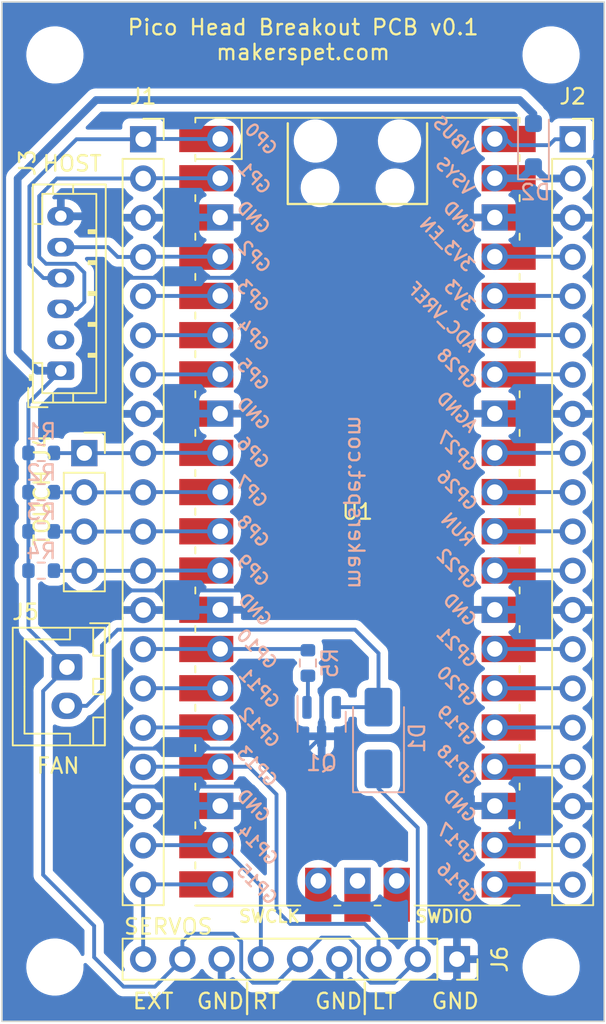
<source format=kicad_pcb>
(kicad_pcb (version 20221018) (generator pcbnew)
  (layers (0 "F.Cu" signal) (31 "B.Cu" signal) (34 "B.Paste" user) (35 "F.Paste" user) (36 "B.SilkS" user "B.Silkscreen") (37 "F.SilkS" user "F.Silkscreen") (38 "B.Mask" user) (39 "F.Mask" user) (44 "Edge.Cuts" user))
  (net 0 "")
  (net 1 "+5V")
  (net 2 "Net-(D1-A)")
  (net 3 "/I2C_SDA_HOST")
  (net 4 "/I2C_SCL_HOST")
  (net 5 "/INT_HOST")
  (net 6 "/SERVO_LEFT")
  (net 7 "/SERVO_RIGHT")
  (net 8 "/SERVO_EXT")
  (net 9 "/TOUCH_TOP")
  (net 10 "/TOUCH_LEFT")
  (net 11 "/TOUCH_RIGHT")
  (net 12 "/TOUCH_REAR")
  (net 13 "/FAN_EN")
  (net 14 "Net-(J1-Pin_15)")
  (net 15 "Net-(J1-Pin_16)")
  (net 16 "Net-(J1-Pin_5)")
  (net 17 "Net-(J1-Pin_6)")
  (net 18 "Net-(J1-Pin_7)")
  (net 19 "Net-(J2-Pin_1)")
  (net 20 "Net-(D2-K)")
  (net 21 "Net-(J2-Pin_4)")
  (net 22 "+3.3V")
  (net 23 "Net-(J2-Pin_6)")
  (net 24 "Net-(J2-Pin_7)")
  (net 25 "Net-(J2-Pin_9)")
  (net 26 "Net-(J2-Pin_10)")
  (net 27 "Net-(J2-Pin_11)")
  (net 28 "Net-(J2-Pin_12)")
  (net 29 "Net-(J2-Pin_14)")
  (net 30 "Net-(J2-Pin_15)")
  (net 31 "Net-(J2-Pin_16)")
  (net 32 "Net-(J2-Pin_17)")
  (net 33 "Net-(J2-Pin_19)")
  (net 34 "Net-(J2-Pin_20)")
  (net 36 "Net-(Q1-G)")
  (net 40 "GND")
  (footprint "MountingHole:MountingHole_3.2mm_M3" (layer "F.Cu") (at 141.732 127.127)
    (fp_text reference "H3" hide)
    (fp_text value "MountingHole" hide)
    (pad "" np_thru_hole circle (at 0 0) (size 3.2 3.2) (drill 3.2) (layers "*.Cu" "*.Mask"))
  )
  (footprint "Connector_PinSocket_2.54mm:PinSocket_1x20_P2.54mm_Vertical" (layer "F.Cu") (at 175.26 73.533)
    (fp_text reference "J2" (at 0 -2.77) (layer "F.SilkS"))
    (fp_text value "HDR F 2.54MM 20-pin VERT" hide)
    (pad "1" thru_hole rect (at 0 0) (size 1.7 1.7) (drill 1) (layers "*.Cu" "*.Mask") (net 19 "Net-(J2-Pin_1)"))
    (pad "2" thru_hole oval (at 0 2.54) (size 1.7 1.7) (drill 1) (layers "*.Cu" "*.Mask") (net 20 "Net-(D2-K)"))
    (pad "3" thru_hole oval (at 0 5.08) (size 1.7 1.7) (drill 1) (layers "*.Cu" "*.Mask") (net 40 "GND"))
    (pad "4" thru_hole oval (at 0 7.62) (size 1.7 1.7) (drill 1) (layers "*.Cu" "*.Mask") (net 21 "Net-(J2-Pin_4)"))
    (pad "5" thru_hole oval (at 0 10.16) (size 1.7 1.7) (drill 1) (layers "*.Cu" "*.Mask") (net 22 "+3.3V"))
    (pad "6" thru_hole oval (at 0 12.7) (size 1.7 1.7) (drill 1) (layers "*.Cu" "*.Mask") (net 23 "Net-(J2-Pin_6)"))
    (pad "7" thru_hole oval (at 0 15.24) (size 1.7 1.7) (drill 1) (layers "*.Cu" "*.Mask") (net 24 "Net-(J2-Pin_7)"))
    (pad "8" thru_hole oval (at 0 17.78) (size 1.7 1.7) (drill 1) (layers "*.Cu" "*.Mask") (net 40 "GND"))
    (pad "9" thru_hole oval (at 0 20.32) (size 1.7 1.7) (drill 1) (layers "*.Cu" "*.Mask") (net 25 "Net-(J2-Pin_9)"))
    (pad "10" thru_hole oval (at 0 22.86) (size 1.7 1.7) (drill 1) (layers "*.Cu" "*.Mask") (net 26 "Net-(J2-Pin_10)"))
    (pad "11" thru_hole oval (at 0 25.4) (size 1.7 1.7) (drill 1) (layers "*.Cu" "*.Mask") (net 27 "Net-(J2-Pin_11)"))
    (pad "12" thru_hole oval (at 0 27.94) (size 1.7 1.7) (drill 1) (layers "*.Cu" "*.Mask") (net 28 "Net-(J2-Pin_12)"))
    (pad "13" thru_hole oval (at 0 30.48) (size 1.7 1.7) (drill 1) (layers "*.Cu" "*.Mask") (net 40 "GND"))
    (pad "14" thru_hole oval (at 0 33.02) (size 1.7 1.7) (drill 1) (layers "*.Cu" "*.Mask") (net 29 "Net-(J2-Pin_14)"))
    (pad "15" thru_hole oval (at 0 35.56) (size 1.7 1.7) (drill 1) (layers "*.Cu" "*.Mask") (net 30 "Net-(J2-Pin_15)"))
    (pad "16" thru_hole oval (at 0 38.1) (size 1.7 1.7) (drill 1) (layers "*.Cu" "*.Mask") (net 31 "Net-(J2-Pin_16)"))
    (pad "17" thru_hole oval (at 0 40.64) (size 1.7 1.7) (drill 1) (layers "*.Cu" "*.Mask") (net 32 "Net-(J2-Pin_17)"))
    (pad "18" thru_hole oval (at 0 43.18) (size 1.7 1.7) (drill 1) (layers "*.Cu" "*.Mask") (net 40 "GND"))
    (pad "19" thru_hole oval (at 0 45.72) (size 1.7 1.7) (drill 1) (layers "*.Cu" "*.Mask") (net 33 "Net-(J2-Pin_19)"))
    (pad "20" thru_hole oval (at 0 48.26) (size 1.7 1.7) (drill 1) (layers "*.Cu" "*.Mask") (net 34 "Net-(J2-Pin_20)"))
  )
  (footprint "MountingHole:MountingHole_3.2mm_M3" (layer "F.Cu") (at 173.863 68.072)
    (fp_text reference "H2" hide)
    (fp_text value "MountingHole" hide)
    (pad "" np_thru_hole circle (at 0 0) (size 3.2 3.2) (drill 3.2) (layers "*.Cu" "*.Mask"))
  )
  (footprint "MountingHole:MountingHole_3.2mm_M3" (layer "F.Cu") (at 141.732 68.072)
    (fp_text reference "H1" hide)
    (fp_text value "MountingHole" hide)
    (pad "" np_thru_hole circle (at 0 0) (size 3.2 3.2) (drill 3.2) (layers "*.Cu" "*.Mask"))
  )
  (footprint "Connector_PinSocket_2.54mm:PinSocket_1x09_P2.54mm_Vertical" (layer "F.Cu") (at 167.767 126.619 -90)
    (fp_text reference "J6" (at 0 -2.77 -90) (layer "F.SilkS"))
    (fp_text value "HDR M 2.54MM 9p VERT" hide)
    (pad "1" thru_hole rect (at 0 0 270) (size 1.7 1.7) (drill 1) (layers "*.Cu" "*.Mask") (net 40 "GND"))
    (pad "2" thru_hole oval (at 0 2.54 270) (size 1.7 1.7) (drill 1) (layers "*.Cu" "*.Mask") (net 1 "+5V"))
    (pad "3" thru_hole oval (at 0 5.08 270) (size 1.7 1.7) (drill 1) (layers "*.Cu" "*.Mask") (net 6 "/SERVO_LEFT"))
    (pad "4" thru_hole oval (at 0 7.62 270) (size 1.7 1.7) (drill 1) (layers "*.Cu" "*.Mask") (net 40 "GND"))
    (pad "5" thru_hole oval (at 0 10.16 270) (size 1.7 1.7) (drill 1) (layers "*.Cu" "*.Mask") (net 1 "+5V"))
    (pad "6" thru_hole oval (at 0 12.7 270) (size 1.7 1.7) (drill 1) (layers "*.Cu" "*.Mask") (net 7 "/SERVO_RIGHT"))
    (pad "7" thru_hole oval (at 0 15.24 270) (size 1.7 1.7) (drill 1) (layers "*.Cu" "*.Mask") (net 40 "GND"))
    (pad "8" thru_hole oval (at 0 17.78 270) (size 1.7 1.7) (drill 1) (layers "*.Cu" "*.Mask") (net 1 "+5V"))
    (pad "9" thru_hole oval (at 0 20.32 270) (size 1.7 1.7) (drill 1) (layers "*.Cu" "*.Mask") (net 8 "/SERVO_EXT"))
  )
  (footprint "Makerspet:RPi_Pico_SMD_TH" (layer "F.Cu") (at 161.325 97.646)
    (fp_text reference "U1" (at 0 0) (layer "F.SilkS"))
    (fp_text value "Pico")
    (fp_text user "GP8" (at -6.766 1.27 -45) (layer "B.SilkS") (effects (font (size 0.8 0.8)) (justify mirror)))
    (fp_text user "GP21" (at 6.442 8.79 -45) (layer "B.SilkS") (effects (font (size 0.8 0.8)) (justify mirror)))
    (fp_text user "GP17" (at 6.442 21.48 -45) (layer "B.SilkS") (effects (font (size 0.8 0.8)) (justify mirror)))
    (fp_text user "RUN" (at 6.496 1.16 -45) (layer "B.SilkS") (effects (font (size 0.8 0.8)) (justify mirror)))
    (fp_text user "GP9" (at -6.766 3.81 -45) (layer "B.SilkS") (effects (font (size 0.8 0.8)) (justify mirror)))
    (fp_text user "GND" (at -6.7406 19.0416 -45) (layer "B.SilkS") (effects (font (size 0.8 0.8)) (justify mirror)))
    (fp_text user "VBUS" (at 6.196 -24.31 -45) (layer "B.SilkS") (effects (font (size 0.8 0.8)) (justify mirror)))
    (fp_text user "GP6" (at -6.766 -3.81 -45) (layer "B.SilkS") (effects (font (size 0.8 0.8)) (justify mirror)))
    (fp_text user "3V3_EN" (at 5.796 -17.31 -45) (layer "B.SilkS") (effects (font (size 0.8 0.8)) (justify mirror)))
    (fp_text user "GND" (at 6.6198 -19.05 315) (layer "B.SilkS") (effects (font (size 0.8 0.8)) (justify mirror)))
    (fp_text user "GP4" (at -6.766 -11.43 -45) (layer "B.SilkS") (effects (font (size 0.8 0.8)) (justify mirror)))
    (fp_text user "GP11" (at -6.366 11.43 -45) (layer "B.SilkS") (effects (font (size 0.8 0.8)) (justify mirror)))
    (fp_text user "GP5" (at -6.766 -8.89 -45) (layer "B.SilkS") (effects (font (size 0.8 0.8)) (justify mirror)))
    (fp_text user "GND" (at -6.7406 -6.35 315) (layer "B.SilkS") (effects (font (size 0.8 0.8)) (justify mirror)))
    (fp_text user "GP26" (at 6.442 -1.38 -45) (layer "B.SilkS") (effects (font (size 0.8 0.8)) (justify mirror)))
    (fp_text user "GP13" (at -6.512 16.51 -45) (layer "B.SilkS") (effects (font (size 0.8 0.8)) (justify mirror)))
    (fp_text user "GP18" (at 6.442 16.4 -45) (layer "B.SilkS") (effects (font (size 0.8 0.8)) (justify mirror)))
    (fp_text user "GP1" (at -6.666 -21.6 -45) (layer "B.SilkS") (effects (font (size 0.8 0.8)) (justify mirror)))
    (fp_text user "GND" (at 6.6198 6.35 315) (layer "B.SilkS") (effects (font (size 0.8 0.8)) (justify mirror)))
    (fp_text user "GP0" (at -6.258 -24.13 -45) (layer "B.SilkS") (effects (font (size 0.8 0.8)) (justify mirror)))
    (fp_text user "VSYS" (at 6.296 -21.7 -45) (layer "B.SilkS") (effects (font (size 0.8 0.8)) (justify mirror)))
    (fp_text user "GP16" (at 6.442 24.02 -45) (layer "B.SilkS") (effects (font (size 0.8 0.8)) (justify mirror)))
    (fp_text user "GP3" (at -6.766 -13.97 -45) (layer "B.SilkS") (effects (font (size 0.8 0.8)) (justify mirror)))
    (fp_text user "GP15" (at -6.512 24.13 -45) (layer "B.SilkS") (effects (font (size 0.8 0.8)) (justify mirror)))
    (fp_text user "AGND" (at 6.442 -6.46 -45) (layer "B.SilkS") (effects (font (size 0.8 0.8)) (justify mirror)))
    (fp_text user "GP7" (at -6.866 -1.3 -45) (layer "B.SilkS") (effects (font (size 0.8 0.8)) (justify mirror)))
    (fp_text user "GND" (at -6.7406 -19.05 315) (layer "B.SilkS") (effects (font (size 0.8 0.8)) (justify mirror)))
    (fp_text user "GP12" (at -6.366 13.97 -45) (layer "B.SilkS") (effects (font (size 0.8 0.8)) (justify mirror)))
    (fp_text user "GP10" (at -6.512 8.89 -45) (layer "B.SilkS") (effects (font (size 0.8 0.8)) (justify mirror)))
    (fp_text user "ADC_VREF" (at 5.496 -12.61 -45) (layer "B.SilkS") (effects (font (size 0.8 0.8)) (justify mirror)))
    (fp_text user "GP20" (at 6.442 11.32 -45) (layer "B.SilkS") (effects (font (size 0.8 0.8)) (justify mirror)))
    (fp_text user "GP28" (at 6.442 -9.254 -45) (layer "B.SilkS") (effects (font (size 0.8 0.8)) (justify mirror)))
    (fp_text user "GND" (at 6.6198 19.0416 315) (layer "B.SilkS") (effects (font (size 0.8 0.8)) (justify mirror)))
    (fp_text user "GP27" (at 6.442 -3.91 -45) (layer "B.SilkS") (effects (font (size 0.8 0.8)) (justify mirror)))
    (fp_text user "GP22" (at 6.442 3.7 -45) (layer "B.SilkS") (effects (font (size 0.8 0.8)) (justify mirror)))
    (fp_text user "GP14" (at -6.466 21.59 -45) (layer "B.SilkS") (effects (font (size 0.8 0.8)) (justify mirror)))
    (fp_text user "GP2" (at -6.666 -16.51 -45) (layer "B.SilkS") (effects (font (size 0.8 0.8)) (justify mirror)))
    (fp_text user "3V3" (at 6.596 -14.01 -45) (layer "B.SilkS") (effects (font (size 0.8 0.8)) (justify mirror)))
    (fp_text user "GND" (at -6.639 6.35 -45) (layer "B.SilkS") (effects (font (size 0.8 0.8)) (justify mirror)))
    (fp_text user "GP19" (at 6.442 13.86 -45) (layer "B.SilkS") (effects (font (size 0.8 0.8)) (justify mirror)))
    (fp_text user "SWCLK" (at -5.7 26.2) (layer "F.SilkS") (effects (font (size 0.8 0.8))))
    (fp_text user "SWDIO" (at 5.6 26.2) (layer "F.SilkS") (effects (font (size 0.8 0.8))))
    (pad "" np_thru_hole oval (at -2.725 -24) (size 1.8 1.8) (drill 1.8) (layers "*.Cu" "*.Mask"))
    (pad "" np_thru_hole oval (at -2.425 -20.97) (size 1.5 1.5) (drill 1.5) (layers "*.Cu" "*.Mask"))
    (pad "" np_thru_hole oval (at 2.425 -20.97) (size 1.5 1.5) (drill 1.5) (layers "*.Cu" "*.Mask"))
    (pad "" np_thru_hole oval (at 2.725 -24) (size 1.8 1.8) (drill 1.8) (layers "*.Cu" "*.Mask"))
    (pad "1" thru_hole oval (at -8.89 -24.13) (size 1.7 1.7) (drill 1) (layers "*.Cu" "*.Mask") (net 3 "/I2C_SDA_HOST"))
    (pad "1" smd rect (at -8.89 -24.13) (size 3.5 1.7) (drill (offset -0.9 0)) (layers "F.Cu" "F.Mask") (net 3 "/I2C_SDA_HOST"))
    (pad "2" thru_hole oval (at -8.89 -21.59) (size 1.7 1.7) (drill 1) (layers "*.Cu" "*.Mask") (net 4 "/I2C_SCL_HOST"))
    (pad "2" smd rect (at -8.89 -21.59) (size 3.5 1.7) (drill (offset -0.9 0)) (layers "F.Cu" "F.Mask") (net 4 "/I2C_SCL_HOST"))
    (pad "3" thru_hole rect (at -8.89 -19.05) (size 1.7 1.7) (drill 1) (layers "*.Cu" "*.Mask") (net 40 "GND"))
    (pad "3" smd rect (at -8.89 -19.05) (size 3.5 1.7) (drill (offset -0.9 0)) (layers "F.Cu" "F.Mask") (net 40 "GND"))
    (pad "4" thru_hole oval (at -8.89 -16.51) (size 1.7 1.7) (drill 1) (layers "*.Cu" "*.Mask") (net 5 "/INT_HOST"))
    (pad "4" smd rect (at -8.89 -16.51) (size 3.5 1.7) (drill (offset -0.9 0)) (layers "F.Cu" "F.Mask") (net 5 "/INT_HOST"))
    (pad "5" thru_hole oval (at -8.89 -13.97) (size 1.7 1.7) (drill 1) (layers "*.Cu" "*.Mask") (net 16 "Net-(J1-Pin_5)"))
    (pad "5" smd rect (at -8.89 -13.97) (size 3.5 1.7) (drill (offset -0.9 0)) (layers "F.Cu" "F.Mask") (net 16 "Net-(J1-Pin_5)"))
    (pad "6" thru_hole oval (at -8.89 -11.43) (size 1.7 1.7) (drill 1) (layers "*.Cu" "*.Mask") (net 17 "Net-(J1-Pin_6)"))
    (pad "6" smd rect (at -8.89 -11.43) (size 3.5 1.7) (drill (offset -0.9 0)) (layers "F.Cu" "F.Mask") (net 17 "Net-(J1-Pin_6)"))
    (pad "7" thru_hole oval (at -8.89 -8.89) (size 1.7 1.7) (drill 1) (layers "*.Cu" "*.Mask") (net 18 "Net-(J1-Pin_7)"))
    (pad "7" smd rect (at -8.89 -8.89) (size 3.5 1.7) (drill (offset -0.9 0)) (layers "F.Cu" "F.Mask") (net 18 "Net-(J1-Pin_7)"))
    (pad "8" thru_hole rect (at -8.89 -6.35) (size 1.7 1.7) (drill 1) (layers "*.Cu" "*.Mask") (net 40 "GND"))
    (pad "8" smd rect (at -8.89 -6.35) (size 3.5 1.7) (drill (offset -0.9 0)) (layers "F.Cu" "F.Mask") (net 40 "GND"))
    (pad "9" thru_hole oval (at -8.89 -3.81) (size 1.7 1.7) (drill 1) (layers "*.Cu" "*.Mask") (net 9 "/TOUCH_TOP"))
    (pad "9" smd rect (at -8.89 -3.81) (size 3.5 1.7) (drill (offset -0.9 0)) (layers "F.Cu" "F.Mask") (net 9 "/TOUCH_TOP"))
    (pad "10" thru_hole oval (at -8.89 -1.27) (size 1.7 1.7) (drill 1) (layers "*.Cu" "*.Mask") (net 10 "/TOUCH_LEFT"))
    (pad "10" smd rect (at -8.89 -1.27) (size 3.5 1.7) (drill (offset -0.9 0)) (layers "F.Cu" "F.Mask") (net 10 "/TOUCH_LEFT"))
    (pad "11" thru_hole oval (at -8.89 1.27) (size 1.7 1.7) (drill 1) (layers "*.Cu" "*.Mask") (net 11 "/TOUCH_RIGHT"))
    (pad "11" smd rect (at -8.89 1.27) (size 3.5 1.7) (drill (offset -0.9 0)) (layers "F.Cu" "F.Mask") (net 11 "/TOUCH_RIGHT"))
    (pad "12" thru_hole oval (at -8.89 3.81) (size 1.7 1.7) (drill 1) (layers "*.Cu" "*.Mask") (net 12 "/TOUCH_REAR"))
    (pad "12" smd rect (at -8.89 3.81) (size 3.5 1.7) (drill (offset -0.9 0)) (layers "F.Cu" "F.Mask") (net 12 "/TOUCH_REAR"))
    (pad "13" thru_hole rect (at -8.89 6.35) (size 1.7 1.7) (drill 1) (layers "*.Cu" "*.Mask") (net 40 "GND"))
    (pad "13" smd rect (at -8.89 6.35) (size 3.5 1.7) (drill (offset -0.9 0)) (layers "F.Cu" "F.Mask") (net 40 "GND"))
    (pad "14" thru_hole oval (at -8.89 8.89) (size 1.7 1.7) (drill 1) (layers "*.Cu" "*.Mask") (net 13 "/FAN_EN"))
    (pad "14" smd rect (at -8.89 8.89) (size 3.5 1.7) (drill (offset -0.9 0)) (layers "F.Cu" "F.Mask") (net 13 "/FAN_EN"))
    (pad "15" thru_hole oval (at -8.89 11.43) (size 1.7 1.7) (drill 1) (layers "*.Cu" "*.Mask") (net 14 "Net-(J1-Pin_15)"))
    (pad "15" smd rect (at -8.89 11.43) (size 3.5 1.7) (drill (offset -0.9 0)) (layers "F.Cu" "F.Mask") (net 14 "Net-(J1-Pin_15)"))
    (pad "16" thru_hole oval (at -8.89 13.97) (size 1.7 1.7) (drill 1) (layers "*.Cu" "*.Mask") (net 15 "Net-(J1-Pin_16)"))
    (pad "16" smd rect (at -8.89 13.97) (size 3.5 1.7) (drill (offset -0.9 0)) (layers "F.Cu" "F.Mask") (net 15 "Net-(J1-Pin_16)"))
    (pad "17" thru_hole oval (at -8.89 16.51) (size 1.7 1.7) (drill 1) (layers "*.Cu" "*.Mask") (net 6 "/SERVO_LEFT"))
    (pad "17" smd rect (at -8.89 16.51) (size 3.5 1.7) (drill (offset -0.9 0)) (layers "F.Cu" "F.Mask") (net 6 "/SERVO_LEFT"))
    (pad "18" thru_hole rect (at -8.89 19.05) (size 1.7 1.7) (drill 1) (layers "*.Cu" "*.Mask") (net 40 "GND"))
    (pad "18" smd rect (at -8.89 19.05) (size 3.5 1.7) (drill (offset -0.9 0)) (layers "F.Cu" "F.Mask") (net 40 "GND"))
    (pad "19" thru_hole oval (at -8.89 21.59) (size 1.7 1.7) (drill 1) (layers "*.Cu" "*.Mask") (net 7 "/SERVO_RIGHT"))
    (pad "19" smd rect (at -8.89 21.59) (size 3.5 1.7) (drill (offset -0.9 0)) (layers "F.Cu" "F.Mask") (net 7 "/SERVO_RIGHT"))
    (pad "20" thru_hole oval (at -8.89 24.13) (size 1.7 1.7) (drill 1) (layers "*.Cu" "*.Mask") (net 8 "/SERVO_EXT"))
    (pad "20" smd rect (at -8.89 24.13) (size 3.5 1.7) (drill (offset -0.9 0)) (layers "F.Cu" "F.Mask") (net 8 "/SERVO_EXT"))
    (pad "21" thru_hole oval (at 8.89 24.13) (size 1.7 1.7) (drill 1) (layers "*.Cu" "*.Mask") (net 34 "Net-(J2-Pin_20)"))
    (pad "21" smd rect (at 8.89 24.13) (size 3.5 1.7) (drill (offset 0.9 0)) (layers "F.Cu" "F.Mask") (net 34 "Net-(J2-Pin_20)"))
    (pad "22" thru_hole oval (at 8.89 21.59) (size 1.7 1.7) (drill 1) (layers "*.Cu" "*.Mask") (net 33 "Net-(J2-Pin_19)"))
    (pad "22" smd rect (at 8.89 21.59) (size 3.5 1.7) (drill (offset 0.9 0)) (layers "F.Cu" "F.Mask") (net 33 "Net-(J2-Pin_19)"))
    (pad "23" thru_hole rect (at 8.89 19.05) (size 1.7 1.7) (drill 1) (layers "*.Cu" "*.Mask") (net 40 "GND"))
    (pad "23" smd rect (at 8.89 19.05) (size 3.5 1.7) (drill (offset 0.9 0)) (layers "F.Cu" "F.Mask") (net 40 "GND"))
    (pad "24" thru_hole oval (at 8.89 16.51) (size 1.7 1.7) (drill 1) (layers "*.Cu" "*.Mask") (net 32 "Net-(J2-Pin_17)"))
    (pad "24" smd rect (at 8.89 16.51) (size 3.5 1.7) (drill (offset 0.9 0)) (layers "F.Cu" "F.Mask") (net 32 "Net-(J2-Pin_17)"))
    (pad "25" thru_hole oval (at 8.89 13.97) (size 1.7 1.7) (drill 1) (layers "*.Cu" "*.Mask") (net 31 "Net-(J2-Pin_16)"))
    (pad "25" smd rect (at 8.89 13.97) (size 3.5 1.7) (drill (offset 0.9 0)) (layers "F.Cu" "F.Mask") (net 31 "Net-(J2-Pin_16)"))
    (pad "26" thru_hole oval (at 8.89 11.43) (size 1.7 1.7) (drill 1) (layers "*.Cu" "*.Mask") (net 30 "Net-(J2-Pin_15)"))
    (pad "26" smd rect (at 8.89 11.43) (size 3.5 1.7) (drill (offset 0.9 0)) (layers "F.Cu" "F.Mask") (net 30 "Net-(J2-Pin_15)"))
    (pad "27" thru_hole oval (at 8.89 8.89) (size 1.7 1.7) (drill 1) (layers "*.Cu" "*.Mask") (net 29 "Net-(J2-Pin_14)"))
    (pad "27" smd rect (at 8.89 8.89) (size 3.5 1.7) (drill (offset 0.9 0)) (layers "F.Cu" "F.Mask") (net 29 "Net-(J2-Pin_14)"))
    (pad "28" thru_hole rect (at 8.89 6.35) (size 1.7 1.7) (drill 1) (layers "*.Cu" "*.Mask") (net 40 "GND"))
    (pad "28" smd rect (at 8.89 6.35) (size 3.5 1.7) (drill (offset 0.9 0)) (layers "F.Cu" "F.Mask") (net 40 "GND"))
    (pad "29" thru_hole oval (at 8.89 3.81) (size 1.7 1.7) (drill 1) (layers "*.Cu" "*.Mask") (net 28 "Net-(J2-Pin_12)"))
    (pad "29" smd rect (at 8.89 3.81) (size 3.5 1.7) (drill (offset 0.9 0)) (layers "F.Cu" "F.Mask") (net 28 "Net-(J2-Pin_12)"))
    (pad "30" thru_hole oval (at 8.89 1.27) (size 1.7 1.7) (drill 1) (layers "*.Cu" "*.Mask") (net 27 "Net-(J2-Pin_11)"))
    (pad "30" smd rect (at 8.89 1.27) (size 3.5 1.7) (drill (offset 0.9 0)) (layers "F.Cu" "F.Mask") (net 27 "Net-(J2-Pin_11)"))
    (pad "31" thru_hole oval (at 8.89 -1.27) (size 1.7 1.7) (drill 1) (layers "*.Cu" "*.Mask") (net 26 "Net-(J2-Pin_10)"))
    (pad "31" smd rect (at 8.89 -1.27) (size 3.5 1.7) (drill (offset 0.9 0)) (layers "F.Cu" "F.Mask") (net 26 "Net-(J2-Pin_10)"))
    (pad "32" thru_hole oval (at 8.89 -3.81) (size 1.7 1.7) (drill 1) (layers "*.Cu" "*.Mask") (net 25 "Net-(J2-Pin_9)"))
    (pad "32" smd rect (at 8.89 -3.81) (size 3.5 1.7) (drill (offset 0.9 0)) (layers "F.Cu" "F.Mask") (net 25 "Net-(J2-Pin_9)"))
    (pad "33" thru_hole rect (at 8.89 -6.35) (size 1.7 1.7) (drill 1) (layers "*.Cu" "*.Mask") (net 40 "GND"))
    (pad "33" smd rect (at 8.89 -6.35) (size 3.5 1.7) (drill (offset 0.9 0)) (layers "F.Cu" "F.Mask") (net 40 "GND"))
    (pad "34" thru_hole oval (at 8.89 -8.89) (size 1.7 1.7) (drill 1) (layers "*.Cu" "*.Mask") (net 24 "Net-(J2-Pin_7)"))
    (pad "34" smd rect (at 8.89 -8.89) (size 3.5 1.7) (drill (offset 0.9 0)) (layers "F.Cu" "F.Mask") (net 24 "Net-(J2-Pin_7)"))
    (pad "35" thru_hole oval (at 8.89 -11.43) (size 1.7 1.7) (drill 1) (layers "*.Cu" "*.Mask") (net 23 "Net-(J2-Pin_6)"))
    (pad "35" smd rect (at 8.89 -11.43) (size 3.5 1.7) (drill (offset 0.9 0)) (layers "F.Cu" "F.Mask") (net 23 "Net-(J2-Pin_6)"))
    (pad "36" thru_hole oval (at 8.89 -13.97) (size 1.7 1.7) (drill 1) (layers "*.Cu" "*.Mask") (net 22 "+3.3V"))
    (pad "36" smd rect (at 8.89 -13.97) (size 3.5 1.7) (drill (offset 0.9 0)) (layers "F.Cu" "F.Mask") (net 22 "+3.3V"))
    (pad "37" thru_hole oval (at 8.89 -16.51) (size 1.7 1.7) (drill 1) (layers "*.Cu" "*.Mask") (net 21 "Net-(J2-Pin_4)"))
    (pad "37" smd rect (at 8.89 -16.51) (size 3.5 1.7) (drill (offset 0.9 0)) (layers "F.Cu" "F.Mask") (net 21 "Net-(J2-Pin_4)"))
    (pad "38" thru_hole rect (at 8.89 -19.05) (size 1.7 1.7) (drill 1) (layers "*.Cu" "*.Mask") (net 40 "GND"))
    (pad "38" smd rect (at 8.89 -19.05) (size 3.5 1.7) (drill (offset 0.9 0)) (layers "F.Cu" "F.Mask") (net 40 "GND"))
    (pad "39" thru_hole oval (at 8.89 -21.59) (size 1.7 1.7) (drill 1) (layers "*.Cu" "*.Mask") (net 20 "Net-(D2-K)"))
    (pad "39" smd rect (at 8.89 -21.59) (size 3.5 1.7) (drill (offset 0.9 0)) (layers "F.Cu" "F.Mask") (net 20 "Net-(D2-K)"))
    (pad "40" thru_hole oval (at 8.89 -24.13) (size 1.7 1.7) (drill 1) (layers "*.Cu" "*.Mask") (net 19 "Net-(J2-Pin_1)"))
    (pad "40" smd rect (at 8.89 -24.13) (size 3.5 1.7) (drill (offset 0.9 0)) (layers "F.Cu" "F.Mask") (net 19 "Net-(J2-Pin_1)"))
    (pad "41" thru_hole oval (at -2.54 23.9) (size 1.7 1.7) (drill 1) (layers "*.Cu" "*.Mask"))
    (pad "41" smd rect (at -2.54 23.9 90) (size 3.5 1.7) (drill (offset -0.9 0)) (layers "F.Cu" "F.Mask"))
    (pad "42" thru_hole rect (at 0 23.9) (size 1.7 1.7) (drill 1) (layers "*.Cu" "*.Mask"))
    (pad "42" smd rect (at 0 23.9 90) (size 3.5 1.7) (drill (offset -0.9 0)) (layers "F.Cu" "F.Mask"))
    (pad "43" thru_hole oval (at 2.54 23.9) (size 1.7 1.7) (drill 1) (layers "*.Cu" "*.Mask"))
    (pad "43" smd rect (at 2.54 23.9 90) (size 3.5 1.7) (drill (offset -0.9 0)) (layers "F.Cu" "F.Mask"))
  )
  (footprint "Connector_PinSocket_2.54mm:PinSocket_1x20_P2.54mm_Vertical" (layer "F.Cu") (at 147.447 73.533)
    (fp_text reference "J1" (at 0 -2.77) (layer "F.SilkS"))
    (fp_text value "HDR F 2.54MM 20-pin VERT" hide)
    (pad "1" thru_hole rect (at 0 0) (size 1.7 1.7) (drill 1) (layers "*.Cu" "*.Mask") (net 3 "/I2C_SDA_HOST"))
    (pad "2" thru_hole oval (at 0 2.54) (size 1.7 1.7) (drill 1) (layers "*.Cu" "*.Mask") (net 4 "/I2C_SCL_HOST"))
    (pad "3" thru_hole oval (at 0 5.08) (size 1.7 1.7) (drill 1) (layers "*.Cu" "*.Mask") (net 40 "GND"))
    (pad "4" thru_hole oval (at 0 7.62) (size 1.7 1.7) (drill 1) (layers "*.Cu" "*.Mask") (net 5 "/INT_HOST"))
    (pad "5" thru_hole oval (at 0 10.16) (size 1.7 1.7) (drill 1) (layers "*.Cu" "*.Mask") (net 16 "Net-(J1-Pin_5)"))
    (pad "6" thru_hole oval (at 0 12.7) (size 1.7 1.7) (drill 1) (layers "*.Cu" "*.Mask") (net 17 "Net-(J1-Pin_6)"))
    (pad "7" thru_hole oval (at 0 15.24) (size 1.7 1.7) (drill 1) (layers "*.Cu" "*.Mask") (net 18 "Net-(J1-Pin_7)"))
    (pad "8" thru_hole oval (at 0 17.78) (size 1.7 1.7) (drill 1) (layers "*.Cu" "*.Mask") (net 40 "GND"))
    (pad "9" thru_hole oval (at 0 20.32) (size 1.7 1.7) (drill 1) (layers "*.Cu" "*.Mask") (net 9 "/TOUCH_TOP"))
    (pad "10" thru_hole oval (at 0 22.86) (size 1.7 1.7) (drill 1) (layers "*.Cu" "*.Mask") (net 10 "/TOUCH_LEFT"))
    (pad "11" thru_hole oval (at 0 25.4) (size 1.7 1.7) (drill 1) (layers "*.Cu" "*.Mask") (net 11 "/TOUCH_RIGHT"))
    (pad "12" thru_hole oval (at 0 27.94) (size 1.7 1.7) (drill 1) (layers "*.Cu" "*.Mask") (net 12 "/TOUCH_REAR"))
    (pad "13" thru_hole oval (at 0 30.48) (size 1.7 1.7) (drill 1) (layers "*.Cu" "*.Mask") (net 40 "GND"))
    (pad "14" thru_hole oval (at 0 33.02) (size 1.7 1.7) (drill 1) (layers "*.Cu" "*.Mask") (net 13 "/FAN_EN"))
    (pad "15" thru_hole oval (at 0 35.56) (size 1.7 1.7) (drill 1) (layers "*.Cu" "*.Mask") (net 14 "Net-(J1-Pin_15)"))
    (pad "16" thru_hole oval (at 0 38.1) (size 1.7 1.7) (drill 1) (layers "*.Cu" "*.Mask") (net 15 "Net-(J1-Pin_16)"))
    (pad "17" thru_hole oval (at 0 40.64) (size 1.7 1.7) (drill 1) (layers "*.Cu" "*.Mask") (net 6 "/SERVO_LEFT"))
    (pad "18" thru_hole oval (at 0 43.18) (size 1.7 1.7) (drill 1) (layers "*.Cu" "*.Mask") (net 40 "GND"))
    (pad "19" thru_hole oval (at 0 45.72) (size 1.7 1.7) (drill 1) (layers "*.Cu" "*.Mask") (net 7 "/SERVO_RIGHT"))
    (pad "20" thru_hole oval (at 0 48.26) (size 1.7 1.7) (drill 1) (layers "*.Cu" "*.Mask") (net 8 "/SERVO_EXT"))
  )
  (footprint "Connector_JST:JST_XH_B2B-XH-A_1x02_P2.50mm_Vertical" (layer "F.Cu") (at 142.511 107.716 -90)
    (fp_text reference "J5" (at -3.576 2.684 -180) (layer "F.SilkS"))
    (fp_text value "JST B2B-XH-A" hide)
    (pad "1" thru_hole roundrect (at 0 0 270) (size 1.7 2) (drill 1) (layers "*.Cu" "*.Mask") (roundrect_rratio 0.1470588235) (net 1 "+5V"))
    (pad "2" thru_hole oval (at 2.5 0 270) (size 1.7 2) (drill 1) (layers "*.Cu" "*.Mask") (net 2 "Net-(D1-A)"))
  )
  (footprint "MountingHole:MountingHole_3.2mm_M3" (layer "F.Cu") (at 173.863 127.127)
    (fp_text reference "H4" hide)
    (fp_text value "MountingHole" hide)
    (pad "" np_thru_hole circle (at 0 0) (size 3.2 3.2) (drill 3.2) (layers "*.Cu" "*.Mask"))
  )
  (footprint "Connector_JST:JST_PH_B6B-PH-K_1x06_P2.00mm_Vertical" (layer "F.Cu") (at 142.113 88.519 90)
    (fp_text reference "J3" (at 13.462 -2.159 90) (layer "F.SilkS"))
    (fp_text value "JST B6B-PH-K-S" hide)
    (pad "1" thru_hole roundrect (at 0 0 90) (size 1.2 1.75) (drill 0.75) (layers "*.Cu" "*.Mask") (roundrect_rratio 0.2083333333) (net 1 "+5V"))
    (pad "2" thru_hole oval (at 2 0 90) (size 1.2 1.75) (drill 0.75) (layers "*.Cu" "*.Mask"))
    (pad "3" thru_hole oval (at 4 0 90) (size 1.2 1.75) (drill 0.75) (layers "*.Cu" "*.Mask") (net 4 "/I2C_SCL_HOST"))
    (pad "4" thru_hole oval (at 6 0 90) (size 1.2 1.75) (drill 0.75) (layers "*.Cu" "*.Mask") (net 3 "/I2C_SDA_HOST"))
    (pad "5" thru_hole oval (at 8 0 90) (size 1.2 1.75) (drill 0.75) (layers "*.Cu" "*.Mask") (net 5 "/INT_HOST"))
    (pad "6" thru_hole oval (at 10 0 90) (size 1.2 1.75) (drill 0.75) (layers "*.Cu" "*.Mask") (net 40 "GND"))
  )
  (footprint "Connector_PinSocket_2.54mm:PinSocket_1x04_P2.54mm_Vertical" (layer "F.Cu") (at 143.637 93.853)
    (fp_text reference "J4" (at -2.7178 -0.381 90) (layer "F.SilkS"))
    (fp_text value "HDR M 2.54MM 4p VERT" hide)
    (pad "1" thru_hole rect (at 0 0) (size 1.7 1.7) (drill 1) (layers "*.Cu" "*.Mask") (net 9 "/TOUCH_TOP"))
    (pad "2" thru_hole oval (at 0 2.54) (size 1.7 1.7) (drill 1) (layers "*.Cu" "*.Mask") (net 10 "/TOUCH_LEFT"))
    (pad "3" thru_hole oval (at 0 5.08) (size 1.7 1.7) (drill 1) (layers "*.Cu" "*.Mask") (net 11 "/TOUCH_RIGHT"))
    (pad "4" thru_hole oval (at 0 7.62) (size 1.7 1.7) (drill 1) (layers "*.Cu" "*.Mask") (net 12 "/TOUCH_REAR"))
  )
  (footprint "Package_TO_SOT_SMD:SOT-23" (layer "B.Cu") (at 159.004 111.252 -90)
    (fp_text reference "Q1" (at 2.667 0 -180) (layer "B.SilkS") (effects (justify mirror)))
    (fp_text value "BSS123" hide)
    (pad "1" smd roundrect (at -0.9375 0.95 270) (size 1.475 0.6) (layers "B.Cu" "B.Paste" "B.Mask") (net 36 "Net-(Q1-G)"))
    (pad "2" smd roundrect (at -0.9375 -0.95 270) (size 1.475 0.6) (layers "B.Cu" "B.Paste" "B.Mask") (net 2 "Net-(D1-A)"))
    (pad "3" smd roundrect (at 0.9375 0 270) (size 1.475 0.6) (layers "B.Cu" "B.Paste" "B.Mask") (net 40 "GND"))
  )
  (footprint "Resistor_SMD:R_0603_1608Metric" (layer "B.Cu") (at 140.843 96.383 180)
    (fp_text reference "R2" (at 0 1.26) (layer "B.SilkS") (effects (justify mirror)))
    (fp_text value "1M" hide)
    (pad "1" smd roundrect (at -0.825 0 180) (size 0.8 0.95) (layers "B.Cu" "B.Paste" "B.Mask") (net 10 "/TOUCH_LEFT"))
    (pad "2" smd roundrect (at 0.825 0 180) (size 0.8 0.95) (layers "B.Cu" "B.Paste" "B.Mask") (net 1 "+5V"))
  )
  (footprint "Resistor_SMD:R_0603_1608Metric" (layer "B.Cu") (at 158.115 107.442 90)
    (fp_text reference "R5" (at 0 1.43 90) (layer "B.SilkS") (effects (justify mirror)))
    (fp_text value "1k" hide)
    (pad "1" smd roundrect (at -0.825 0 90) (size 0.8 0.95) (layers "B.Cu" "B.Paste" "B.Mask") (net 36 "Net-(Q1-G)"))
    (pad "2" smd roundrect (at 0.825 0 90) (size 0.8 0.95) (layers "B.Cu" "B.Paste" "B.Mask") (net 13 "/FAN_EN"))
  )
  (footprint "Resistor_SMD:R_0603_1608Metric" (layer "B.Cu") (at 140.843 93.843 180)
    (fp_text reference "R1" (at 0 1.387) (layer "B.SilkS") (effects (justify mirror)))
    (fp_text value "1M" hide)
    (pad "1" smd roundrect (at -0.825 0 180) (size 0.8 0.95) (layers "B.Cu" "B.Paste" "B.Mask") (net 9 "/TOUCH_TOP"))
    (pad "2" smd roundrect (at 0.825 0 180) (size 0.8 0.95) (layers "B.Cu" "B.Paste" "B.Mask") (net 1 "+5V"))
  )
  (footprint "Diode_SMD:D_SMA" (layer "B.Cu") (at 162.687 112.3 90)
    (fp_text reference "D1" (at 0 2.5 90) (layer "B.SilkS") (effects (justify mirror)))
    (fp_text value "CGRA4004-G" hide)
    (pad "1" smd roundrect (at -2 0 90) (size 2.5 1.8) (layers "B.Cu" "B.Paste" "B.Mask") (roundrect_rratio 0.1388888889) (net 1 "+5V"))
    (pad "2" smd roundrect (at 2 0 90) (size 2.5 1.8) (layers "B.Cu" "B.Paste" "B.Mask") (roundrect_rratio 0.1388888889) (net 2 "Net-(D1-A)"))
  )
  (footprint "Resistor_SMD:R_0603_1608Metric" (layer "B.Cu") (at 140.843 101.463 180)
    (fp_text reference "R4" (at 0 1.26) (layer "B.SilkS") (effects (justify mirror)))
    (fp_text value "1M" hide)
    (pad "1" smd roundrect (at -0.825 0 180) (size 0.8 0.95) (layers "B.Cu" "B.Paste" "B.Mask") (net 12 "/TOUCH_REAR"))
    (pad "2" smd roundrect (at 0.825 0 180) (size 0.8 0.95) (layers "B.Cu" "B.Paste" "B.Mask") (net 1 "+5V"))
  )
  (footprint "Diode_SMD:D_SOD-123F" (layer "B.Cu") (at 172.72 73.914 90)
    (fp_text reference "D2" (at -3.048 0.127 180) (layer "B.SilkS") (effects (justify mirror)))
    (fp_text value "FS26" hide)
    (pad "1" smd roundrect (at -1.4 0 90) (size 1.1 1.1) (layers "B.Cu" "B.Paste" "B.Mask") (roundrect_rratio 0.2272727273) (net 20 "Net-(D2-K)"))
    (pad "2" smd roundrect (at 1.4 0 90) (size 1.1 1.1) (layers "B.Cu" "B.Paste" "B.Mask") (roundrect_rratio 0.2272727273) (net 1 "+5V"))
  )
  (footprint "Resistor_SMD:R_0603_1608Metric" (layer "B.Cu") (at 140.843 98.923 180)
    (fp_text reference "R3" (at 0 1.26) (layer "B.SilkS") (effects (justify mirror)))
    (fp_text value "1M" hide)
    (pad "1" smd roundrect (at -0.825 0 180) (size 0.8 0.95) (layers "B.Cu" "B.Paste" "B.Mask") (net 11 "/TOUCH_RIGHT"))
    (pad "2" smd roundrect (at 0.825 0 180) (size 0.8 0.95) (layers "B.Cu" "B.Paste" "B.Mask") (net 1 "+5V"))
  )
  (gr_line (start 156.8115 72.5) (end 156.8115 77.724) (stroke (width 0.15)) (layer "F.SilkS"))
  (gr_line (start 156.8115 77.724) (end 165.8335 77.724) (stroke (width 0.15)) (layer "F.SilkS"))
  (gr_line (start 154.178 128.143) (end 154.178 130.175) (stroke (width 0.15)) (layer "F.SilkS"))
  (gr_line (start 161.798 128.143) (end 161.798 130.175) (stroke (width 0.15)) (layer "F.SilkS"))
  (gr_line (start 165.8335 77.724) (end 165.8335 72.5) (stroke (width 0.15)) (layer "F.SilkS"))
  (gr_rect (start 138.303 64.643) (end 177.303 130.643) (stroke (width 0.1)) (fill none) (layer "Edge.Cuts"))
  (gr_text "makerspet.com" (at 160.655 102.743 -90) (layer "B.SilkS") (effects (font (size 1 1)) (justify left bottom mirror)))
  (gr_text "LT   GND" (at 162.179 129.921) (layer "F.SilkS") (effects (font (size 1 1)) (justify left bottom)))
  (gr_text "Pico Head Breakout PCB v0.1\nmakerspet.com" (at 157.803 68.4784) (layer "F.SilkS") (effects (font (size 1 1)) (justify bottom)))
  (gr_text "EXT  GND" (at 146.685 129.921) (layer "F.SilkS") (effects (font (size 1 1)) (justify left bottom)))
  (gr_text "TOUCH" (at 141.478 99.949 90) (layer "F.SilkS") (effects (font (size 1 1)) (justify left bottom)))
  (gr_text "FAN" (at 140.462 114.681) (layer "F.SilkS") (effects (font (size 1 1)) (justify left bottom)))
  (gr_text "HOST" (at 140.843 75.692) (layer "F.SilkS") (effects (font (size 1 1)) (justify left bottom)))
  (gr_text "RT   GND" (at 154.432 129.921) (layer "F.SilkS") (effects (font (size 1 1)) (justify left bottom)))
  (gr_text "SERVOS" (at 146.117 125.095) (layer "F.SilkS") (effects (font (size 1 1)) (justify left bottom)))
  (segment (start 165.227 126.619) (end 163.703 128.143) (width 0.25) (layer "B.Cu") (net 1))
  (segment (start 139.319 76.073) (end 144.399 70.993) (width 0.5) (layer "B.Cu") (net 1))
  (segment (start 142.113 88.519) (end 140.589 88.519) (width 0.5) (layer "B.Cu") (net 1))
  (segment (start 159.004 125.222) (end 157.607 126.619) (width 0.25) (layer "B.Cu") (net 1))
  (segment (start 165.227 118.11) (end 165.227 126.619) (width 0.25) (layer "B.Cu") (net 1))
  (segment (start 156.083 128.143) (end 157.607 126.619) (width 0.25) (layer "B.Cu") (net 1))
  (segment (start 146.177 128.397) (end 148.209 128.397) (width 0.25) (layer "B.Cu") (net 1))
  (segment (start 162.687 115.57) (end 165.227 118.11) (width 0.25) (layer "B.Cu") (net 1))
  (segment (start 148.209 128.397) (end 149.987 126.619) (width 0.25) (layer "B.Cu") (net 1))
  (segment (start 161.417 125.857) (end 160.782 125.222) (width 0.25) (layer "B.Cu") (net 1))
  (segment (start 139.319 87.249) (end 139.319 76.073) (width 0.5) (layer "B.Cu") (net 1))
  (segment (start 140.589 88.519) (end 139.319 87.249) (width 0.5) (layer "B.Cu") (net 1))
  (segment (start 140.018 105.223) (end 142.511 107.716) (width 0.25) (layer "B.Cu") (net 1))
  (segment (start 144.272 126.492) (end 146.177 128.397) (width 0.25) (layer "B.Cu") (net 1))
  (segment (start 140.018 98.923) (end 140.018 96.383) (width 0.25) (layer "B.Cu") (net 1))
  (segment (start 140.97 109.257) (end 140.97 121.158) (width 0.25) (layer "B.Cu") (net 1))
  (segment (start 140.018 101.463) (end 140.018 98.923) (width 0.25) (layer "B.Cu") (net 1))
  (segment (start 153.797 125.476) (end 153.797 127.381) (width 0.25) (layer "B.Cu") (net 1))
  (segment (start 153.289 124.968) (end 153.797 125.476) (width 0.25) (layer "B.Cu") (net 1))
  (segment (start 140.018 101.463) (end 140.018 105.223) (width 0.25) (layer "B.Cu") (net 1))
  (segment (start 154.559 128.143) (end 156.083 128.143) (width 0.25) (layer "B.Cu") (net 1))
  (segment (start 161.417 127.381) (end 161.417 125.857) (width 0.25) (layer "B.Cu") (net 1))
  (segment (start 140.018 96.383) (end 140.018 93.843) (width 0.25) (layer "B.Cu") (net 1))
  (segment (start 142.511 107.716) (end 140.97 109.257) (width 0.25) (layer "B.Cu") (net 1))
  (segment (start 160.782 125.222) (end 159.004 125.222) (width 0.25) (layer "B.Cu") (net 1))
  (segment (start 144.399 70.993) (end 171.831 70.993) (width 0.5) (layer "B.Cu") (net 1))
  (segment (start 140.018 90.614) (end 142.113 88.519) (width 0.25) (layer "B.Cu") (net 1))
  (segment (start 140.97 121.158) (end 144.272 124.46) (width 0.25) (layer "B.Cu") (net 1))
  (segment (start 162.687 114.3) (end 162.687 115.57) (width 0.25) (layer "B.Cu") (net 1))
  (segment (start 153.797 127.381) (end 154.559 128.143) (width 0.25) (layer "B.Cu") (net 1))
  (segment (start 162.179 128.143) (end 161.417 127.381) (width 0.25) (layer "B.Cu") (net 1))
  (segment (start 140.018 93.843) (end 140.018 90.614) (width 0.25) (layer "B.Cu") (net 1))
  (segment (start 149.987 125.476) (end 150.495 124.968) (width 0.25) (layer "B.Cu") (net 1))
  (segment (start 172.72 71.882) (end 172.72 72.514) (width 0.5) (layer "B.Cu") (net 1))
  (segment (start 149.987 126.619) (end 149.987 125.476) (width 0.25) (layer "B.Cu") (net 1))
  (segment (start 150.495 124.968) (end 153.289 124.968) (width 0.25) (layer "B.Cu") (net 1))
  (segment (start 163.703 128.143) (end 162.179 128.143) (width 0.25) (layer "B.Cu") (net 1))
  (segment (start 171.831 70.993) (end 172.72 71.882) (width 0.5) (layer "B.Cu") (net 1))
  (segment (start 144.272 124.46) (end 144.272 126.492) (width 0.25) (layer "B.Cu") (net 1))
  (segment (start 143.784 110.216) (end 142.511 110.216) (width 0.25) (layer "B.Cu") (net 2))
  (segment (start 159.9685 110.3) (end 159.954 110.3145) (width 0.25) (layer "B.Cu") (net 2))
  (segment (start 144.78 106.299) (end 144.78 109.22) (width 0.25) (layer "B.Cu") (net 2))
  (segment (start 144.78 109.22) (end 143.784 110.216) (width 0.25) (layer "B.Cu") (net 2))
  (segment (start 162.687 110.3) (end 159.9685 110.3) (width 0.25) (layer "B.Cu") (net 2))
  (segment (start 162.687 110.3) (end 162.687 106.807) (width 0.25) (layer "B.Cu") (net 2))
  (segment (start 161.163 105.283) (end 145.796 105.283) (width 0.25) (layer "B.Cu") (net 2))
  (segment (start 162.687 106.807) (end 161.163 105.283) (width 0.25) (layer "B.Cu") (net 2))
  (segment (start 145.796 105.283) (end 144.78 106.299) (width 0.25) (layer "B.Cu") (net 2))
  (segment (start 140.081 76.581) (end 143.129 73.533) (width 0.25) (layer "B.Cu") (net 3))
  (segment (start 147.464 73.516) (end 147.447 73.533) (width 0.25) (layer "B.Cu") (net 3))
  (segment (start 143.129 73.533) (end 147.447 73.533) (width 0.25) (layer "B.Cu") (net 3))
  (segment (start 142.113 82.519) (end 140.988 82.519) (width 0.25) (layer "B.Cu") (net 3))
  (segment (start 152.435 73.516) (end 147.464 73.516) (width 0.25) (layer "B.Cu") (net 3))
  (segment (start 140.081 81.612) (end 140.081 76.581) (width 0.25) (layer "B.Cu") (net 3))
  (segment (start 140.988 82.519) (end 140.081 81.612) (width 0.25) (layer "B.Cu") (net 3))
  (segment (start 141.157 81.594) (end 140.716 81.153) (width 0.25) (layer "B.Cu") (net 4))
  (segment (start 147.464 76.056) (end 147.447 76.073) (width 0.25) (layer "B.Cu") (net 4))
  (segment (start 152.435 76.056) (end 147.464 76.056) (width 0.25) (layer "B.Cu") (net 4))
  (segment (start 140.716 77.216) (end 141.859 76.073) (width 0.25) (layer "B.Cu") (net 4))
  (segment (start 143.192 84.519) (end 143.637 84.074) (width 0.25) (layer "B.Cu") (net 4))
  (segment (start 142.113 84.519) (end 143.192 84.519) (width 0.25) (layer "B.Cu") (net 4))
  (segment (start 140.716 81.153) (end 140.716 77.216) (width 0.25) (layer "B.Cu") (net 4))
  (segment (start 143.637 82.169) (end 143.062 81.594) (width 0.25) (layer "B.Cu") (net 4))
  (segment (start 143.637 84.074) (end 143.637 82.169) (width 0.25) (layer "B.Cu") (net 4))
  (segment (start 143.062 81.594) (end 141.157 81.594) (width 0.25) (layer "B.Cu") (net 4))
  (segment (start 141.859 76.073) (end 147.447 76.073) (width 0.25) (layer "B.Cu") (net 4))
  (segment (start 145.16 80.519) (end 142.113 80.519) (width 0.25) (layer "B.Cu") (net 5))
  (segment (start 147.447 81.153) (end 145.796 81.153) (width 0.25) (layer "B.Cu") (net 5))
  (segment (start 145.796 81.153) (end 145.161 80.518) (width 0.25) (layer "B.Cu") (net 5))
  (segment (start 147.464 81.136) (end 147.447 81.153) (width 0.25) (layer "B.Cu") (net 5))
  (segment (start 145.161 80.518) (end 145.16 80.519) (width 0.25) (layer "B.Cu") (net 5))
  (segment (start 152.435 81.136) (end 147.464 81.136) (width 0.25) (layer "B.Cu") (net 5))
  (segment (start 162.687 125.222) (end 162.687 126.619) (width 0.25) (layer "B.Cu") (net 6))
  (segment (start 154.288 114.156) (end 156.083 115.951) (width 0.25) (layer "B.Cu") (net 6))
  (segment (start 156.083 115.951) (end 156.083 123.444) (width 0.25) (layer "B.Cu") (net 6))
  (segment (start 152.435 114.156) (end 154.288 114.156) (width 0.25) (layer "B.Cu") (net 6))
  (segment (start 156.972 124.333) (end 161.798 124.333) (width 0.25) (layer "B.Cu") (net 6))
  (segment (start 156.083 123.444) (end 156.972 124.333) (width 0.25) (layer "B.Cu") (net 6))
  (segment (start 147.464 114.156) (end 147.447 114.173) (width 0.25) (layer "B.Cu") (net 6))
  (segment (start 152.435 114.156) (end 147.464 114.156) (width 0.25) (layer "B.Cu") (net 6))
  (segment (start 161.798 124.333) (end 162.687 125.222) (width 0.25) (layer "B.Cu") (net 6))
  (segment (start 152.435 119.236) (end 155.067 121.868) (width 0.25) (layer "B.Cu") (net 7))
  (segment (start 152.435 119.236) (end 147.464 119.236) (width 0.25) (layer "B.Cu") (net 7))
  (segment (start 147.464 119.236) (end 147.447 119.253) (width 0.25) (layer "B.Cu") (net 7))
  (segment (start 155.067 121.868) (end 155.067 126.619) (width 0.25) (layer "B.Cu") (net 7))
  (segment (start 147.447 121.793) (end 147.447 126.619) (width 0.25) (layer "B.Cu") (net 8))
  (segment (start 152.435 121.776) (end 147.464 121.776) (width 0.25) (layer "B.Cu") (net 8))
  (segment (start 147.464 121.776) (end 147.447 121.793) (width 0.25) (layer "B.Cu") (net 8))
  (segment (start 143.637 93.853) (end 141.678 93.853) (width 0.25) (layer "B.Cu") (net 9))
  (segment (start 152.435 93.836) (end 147.464 93.836) (width 0.25) (layer "B.Cu") (net 9))
  (segment (start 147.464 93.836) (end 147.447 93.853) (width 0.25) (layer "B.Cu") (net 9))
  (segment (start 141.678 93.853) (end 141.668 93.843) (width 0.25) (layer "B.Cu") (net 9))
  (segment (start 147.447 93.853) (end 143.637 93.853) (width 0.25) (layer "B.Cu") (net 9))
  (segment (start 143.637 96.393) (end 141.678 96.393) (width 0.25) (layer "B.Cu") (net 10))
  (segment (start 147.447 96.393) (end 143.637 96.393) (width 0.25) (layer "B.Cu") (net 10))
  (segment (start 152.435 96.376) (end 147.464 96.376) (width 0.25) (layer "B.Cu") (net 10))
  (segment (start 147.464 96.376) (end 147.447 96.393) (width 0.25) (layer "B.Cu") (net 10))
  (segment (start 141.678 96.393) (end 141.668 96.383) (width 0.25) (layer "B.Cu") (net 10))
  (segment (start 147.464 98.916) (end 147.447 98.933) (width 0.25) (layer "B.Cu") (net 11))
  (segment (start 147.447 98.933) (end 143.637 98.933) (width 0.25) (layer "B.Cu") (net 11))
  (segment (start 152.435 98.916) (end 147.464 98.916) (width 0.25) (layer "B.Cu") (net 11))
  (segment (start 141.678 98.933) (end 141.668 98.923) (width 0.25) (layer "B.Cu") (net 11))
  (segment (start 143.637 98.933) (end 141.678 98.933) (width 0.25) (layer "B.Cu") (net 11))
  (segment (start 147.464 101.456) (end 147.447 101.473) (width 0.25) (layer "B.Cu") (net 12))
  (segment (start 143.637 101.473) (end 141.678 101.473) (width 0.25) (layer "B.Cu") (net 12))
  (segment (start 141.678 101.473) (end 141.668 101.463) (width 0.25) (layer "B.Cu") (net 12))
  (segment (start 152.435 101.456) (end 147.464 101.456) (width 0.25) (layer "B.Cu") (net 12))
  (segment (start 147.447 101.473) (end 143.637 101.473) (width 0.25) (layer "B.Cu") (net 12))
  (segment (start 158.034 106.536) (end 158.115 106.617) (width 0.25) (layer "B.Cu") (net 13))
  (segment (start 147.464 106.536) (end 147.447 106.553) (width 0.25) (layer "B.Cu") (net 13))
  (segment (start 152.435 106.536) (end 147.464 106.536) (width 0.25) (layer "B.Cu") (net 13))
  (segment (start 152.435 106.536) (end 158.034 106.536) (width 0.25) (layer "B.Cu") (net 13))
  (segment (start 152.435 109.076) (end 147.464 109.076) (width 0.25) (layer "B.Cu") (net 14))
  (segment (start 147.464 109.076) (end 147.447 109.093) (width 0.25) (layer "B.Cu") (net 14))
  (segment (start 152.435 111.616) (end 147.464 111.616) (width 0.25) (layer "B.Cu") (net 15))
  (segment (start 147.464 111.616) (end 147.447 111.633) (width 0.25) (layer "B.Cu") (net 15))
  (segment (start 152.435 83.676) (end 147.464 83.676) (width 0.25) (layer "B.Cu") (net 16))
  (segment (start 147.464 83.676) (end 147.447 83.693) (width 0.25) (layer "B.Cu") (net 16))
  (segment (start 147.464 86.216) (end 147.447 86.233) (width 0.25) (layer "B.Cu") (net 17))
  (segment (start 152.435 86.216) (end 147.464 86.216) (width 0.25) (layer "B.Cu") (net 17))
  (segment (start 147.464 88.756) (end 147.447 88.773) (width 0.25) (layer "B.Cu") (net 18))
  (segment (start 152.435 88.756) (end 147.464 88.756) (width 0.25) (layer "B.Cu") (net 18))
  (segment (start 170.215 73.516) (end 170.925 73.516) (width 0.25) (layer "B.Cu") (net 19))
  (segment (start 170.925 73.516) (end 171.323 73.914) (width 0.25) (layer "B.Cu") (net 19))
  (segment (start 173.736 73.914) (end 174.117 73.533) (width 0.25) (layer "B.Cu") (net 19))
  (segment (start 171.323 73.914) (end 173.736 73.914) (width 0.25) (layer "B.Cu") (net 19))
  (segment (start 174.117 73.533) (end 175.26 73.533) (width 0.25) (layer "B.Cu") (net 19))
  (segment (start 171.978 76.056) (end 172.72 75.314) (width 0.5) (layer "B.Cu") (net 20))
  (segment (start 175.26 76.073) (end 173.479 76.073) (width 0.5) (layer "B.Cu") (net 20))
  (segment (start 170.215 76.056) (end 171.978 76.056) (width 0.5) (layer "B.Cu") (net 20))
  (segment (start 173.479 76.073) (end 172.72 75.314) (width 0.5) (layer "B.Cu") (net 20))
  (segment (start 175.243 81.136) (end 175.26 81.153) (width 0.25) (layer "B.Cu") (net 21))
  (segment (start 170.215 81.136) (end 175.243 81.136) (width 0.25) (layer "B.Cu") (net 21))
  (segment (start 170.215 83.676) (end 175.243 83.676) (width 0.25) (layer "B.Cu") (net 22))
  (segment (start 175.243 83.676) (end 175.26 83.693) (width 0.25) (layer "B.Cu") (net 22))
  (segment (start 170.215 86.216) (end 175.243 86.216) (width 0.25) (layer "B.Cu") (net 23))
  (segment (start 175.243 86.216) (end 175.26 86.233) (width 0.25) (layer "B.Cu") (net 23))
  (segment (start 170.215 88.756) (end 175.243 88.756) (width 0.25) (layer "B.Cu") (net 24))
  (segment (start 175.243 88.756) (end 175.26 88.773) (width 0.25) (layer "B.Cu") (net 24))
  (segment (start 175.243 93.836) (end 175.26 93.853) (width 0.25) (layer "B.Cu") (net 25))
  (segment (start 170.215 93.836) (end 175.243 93.836) (width 0.25) (layer "B.Cu") (net 25))
  (segment (start 175.243 96.376) (end 175.26 96.393) (width 0.25) (layer "B.Cu") (net 26))
  (segment (start 170.215 96.376) (end 175.243 96.376) (width 0.25) (layer "B.Cu") (net 26))
  (segment (start 175.243 98.916) (end 175.26 98.933) (width 0.25) (layer "B.Cu") (net 27))
  (segment (start 170.215 98.916) (end 175.243 98.916) (width 0.25) (layer "B.Cu") (net 27))
  (segment (start 175.243 101.456) (end 175.26 101.473) (width 0.25) (layer "B.Cu") (net 28))
  (segment (start 170.215 101.456) (end 175.243 101.456) (width 0.25) (layer "B.Cu") (net 28))
  (segment (start 175.243 106.536) (end 175.26 106.553) (width 0.25) (layer "B.Cu") (net 29))
  (segment (start 170.215 106.536) (end 175.243 106.536) (width 0.25) (layer "B.Cu") (net 29))
  (segment (start 175.243 109.076) (end 175.26 109.093) (width 0.25) (layer "B.Cu") (net 30))
  (segment (start 170.215 109.076) (end 175.243 109.076) (width 0.25) (layer "B.Cu") (net 30))
  (segment (start 170.215 111.616) (end 175.243 111.616) (width 0.25) (layer "B.Cu") (net 31))
  (segment (start 175.243 111.616) (end 175.26 111.633) (width 0.25) (layer "B.Cu") (net 31))
  (segment (start 170.215 114.156) (end 175.243 114.156) (width 0.25) (layer "B.Cu") (net 32))
  (segment (start 175.243 114.156) (end 175.26 114.173) (width 0.25) (layer "B.Cu") (net 32))
  (segment (start 175.243 119.236) (end 175.26 119.253) (width 0.25) (layer "B.Cu") (net 33))
  (segment (start 170.215 119.236) (end 175.243 119.236) (width 0.25) (layer "B.Cu") (net 33))
  (segment (start 175.243 121.776) (end 175.26 121.793) (width 0.25) (layer "B.Cu") (net 34))
  (segment (start 170.215 121.776) (end 175.243 121.776) (width 0.25) (layer "B.Cu") (net 34))
  (segment (start 158.115 110.2535) (end 158.054 110.3145) (width 0.25) (layer "B.Cu") (net 36))
  (segment (start 158.115 108.267) (end 158.115 110.2535) (width 0.25) (layer "B.Cu") (net 36))
  (segment (start 152.435 116.696) (end 147.464 116.696) (width 0.25) (layer "B.Cu") (net 40))
  (segment (start 145.796 104.013) (end 147.447 104.013) (width 0.25) (layer "B.Cu") (net 40))
  (segment (start 145.542 113.792) (end 145.542 115.316) (width 0.25) (layer "B.Cu") (net 40))
  (segment (start 159.004 112.1895) (end 164.8945 112.1895) (width 0.25) (layer "B.Cu") (net 40))
  (segment (start 145.542 115.316) (end 145.669 115.443) (width 0.25) (layer "B.Cu") (net 40))
  (segment (start 154.813 116.332) (end 154.449 116.696) (width 0.25) (layer "B.Cu") (net 40))
  (segment (start 145.669 83.185) (end 145.669 90.932) (width 0.25) (layer "B.Cu") (net 40))
  (segment (start 170.215 91.296) (end 157.497 91.296) (width 0.25) (layer "B.Cu") (net 40))
  (segment (start 157.336 91.296) (end 157.353 91.313) (width 0.25) (layer "B.Cu") (net 40))
  (segment (start 153.67 128.905) (end 159.004 128.905) (width 0.25) (layer "B.Cu") (net 40))
  (segment (start 157.497 91.296) (end 157.353 91.44) (width 0.25) (layer "B.Cu") (net 40))
  (segment (start 154.559 115.443) (end 154.813 115.697) (width 0.25) (layer "B.Cu") (net 40))
  (segment (start 145.542 103.124) (end 145.542 103.759) (width 0.25) (layer "B.Cu") (net 40))
  (segment (start 167.767 117.729) (end 168.8 116.696) (width 0.25) (layer "B.Cu") (net 40))
  (segment (start 155.431 78.596) (end 157.353 80.518) (width 0.25) (layer "B.Cu") (net 40))
  (segment (start 147.464 103.996) (end 147.447 104.013) (width 0.25) (layer "B.Cu") (net 40))
  (segment (start 159.004 128.905) (end 160.147 127.762) (width 0.25) (layer "B.Cu") (net 40))
  (segment (start 157.353 80.518) (end 157.353 82.55) (width 0.25) (layer "B.Cu") (net 40))
  (segment (start 158.2125 112.981) (end 146.353 112.981) (width 0.25) (layer "B.Cu") (net 40))
  (segment (start 157.353 88.011) (end 157.353 91.313) (width 0.25) (layer "B.Cu") (net 40))
  (segment (start 152.435 78.596) (end 155.431 78.596) (width 0.25) (layer "B.Cu") (net 40))
  (segment (start 157.353 91.44) (end 157.353 94.234) (width 0.25) (layer "B.Cu") (net 40))
  (segment (start 157.353 103.996) (end 163.021 103.996) (width 0.25) (layer "B.Cu") (net 40))
  (segment (start 167.767 127.762) (end 167.767 126.619) (width 0.25) (layer "B.Cu") (net 40))
  (segment (start 175.243 78.596) (end 175.26 78.613) (width 0.25) (layer "B.Cu") (net 40))
  (segment (start 157.353 82.55) (end 157.304 82.501) (width 0.25) (layer "B.Cu") (net 40))
  (segment (start 160.147 127.762) (end 161.29 128.905) (width 0.25) (layer "B.Cu") (net 40))
  (segment (start 154.813 115.697) (end 154.813 116.332) (width 0.25) (layer "B.Cu") (net 40))
  (segment (start 166.624 128.905) (end 167.767 127.762) (width 0.25) (layer "B.Cu") (net 40))
  (segment (start 152.527 126.619) (end 152.527 127.762) (width 0.25) (layer "B.Cu") (net 40))
  (segment (start 175.243 103.996) (end 175.26 104.013) (width 0.25) (layer "B.Cu") (net 40))
  (segment (start 170.215 78.596) (end 175.243 78.596) (width 0.25) (layer "B.Cu") (net 40))
  (segment (start 157.353 91.313) (end 157.353 91.44) (width 0.25) (layer "B.Cu") (net 40))
  (segment (start 152.435 103.996) (end 147.464 103.996) (width 0.25) (layer "B.Cu") (net 40))
  (segment (start 160.147 126.619) (end 160.147 127.762) (width 0.25) (layer "B.Cu") (net 40))
  (segment (start 145.669 115.443) (end 154.559 115.443) (width 0.25) (layer "B.Cu") (net 40))
  (segment (start 145.542 116.332) (end 145.923 116.713) (width 0.25) (layer "B.Cu") (net 40))
  (segment (start 170.215 91.296) (end 175.243 91.296) (width 0.25) (layer "B.Cu") (net 40))
  (segment (start 154.449 116.696) (end 152.435 116.696) (width 0.25) (layer "B.Cu") (net 40))
  (segment (start 152.435 91.296) (end 157.336 91.296) (width 0.25) (layer "B.Cu") (net 40))
  (segment (start 145.669 90.932) (end 146.05 91.313) (width 0.25) (layer "B.Cu") (net 40))
  (segment (start 163.021 103.996) (end 164.8945 105.8695) (width 0.25) (layer "B.Cu") (net 40))
  (segment (start 166.768 103.996) (end 164.8945 105.8695) (width 0.25) (layer "B.Cu") (net 40))
  (segment (start 157.304 82.501) (end 146.353 82.501) (width 0.25) (layer "B.Cu") (net 40))
  (segment (start 170.215 103.996) (end 166.768 103.996) (width 0.25) (layer "B.Cu") (net 40))
  (segment (start 164.8945 105.8695) (end 164.8945 112.1895) (width 0.25) (layer "B.Cu") (net 40))
  (segment (start 168.8 116.095) (end 168.8 116.696) (width 0.25) (layer "B.Cu") (net 40))
  (segment (start 157.353 82.55) (end 157.353 88.011) (width 0.25) (layer "B.Cu") (net 40))
  (segment (start 159.275 78.596) (end 157.353 80.518) (width 0.25) (layer "B.Cu") (net 40))
  (segment (start 157.353 102.743) (end 145.923 102.743) (width 0.25) (layer "B.Cu") (net 40))
  (segment (start 147.464 116.696) (end 147.447 116.713) (width 0.25) (layer "B.Cu") (net 40))
  (segment (start 146.353 82.501) (end 145.669 83.185) (width 0.25) (layer "B.Cu") (net 40))
  (segment (start 161.29 128.905) (end 166.624 128.905) (width 0.25) (layer "B.Cu") (net 40))
  (segment (start 157.353 94.234) (end 157.353 94.3985) (width 0.25) (layer "B.Cu") (net 40))
  (segment (start 145.923 116.713) (end 147.447 116.713) (width 0.25) (layer "B.Cu") (net 40))
  (segment (start 142.207 78.613) (end 142.113 78.519) (width 0.25) (layer "B.Cu") (net 40))
  (segment (start 157.353 94.3985) (end 157.353 102.743) (width 0.25) (layer "B.Cu") (net 40))
  (segment (start 145.542 115.316) (end 145.542 116.332) (width 0.25) (layer "B.Cu") (net 40))
  (segment (start 146.353 112.981) (end 145.542 113.792) (width 0.25) (layer "B.Cu") (net 40))
  (segment (start 157.353 102.743) (end 157.353 103.996) (width 0.25) (layer "B.Cu") (net 40))
  (segment (start 152.527 127.762) (end 153.67 128.905) (width 0.25) (layer "B.Cu") (net 40))
  (segment (start 152.435 78.596) (end 147.464 78.596) (width 0.25) (layer "B.Cu") (net 40))
  (segment (start 152.435 103.996) (end 157.353 103.996) (width 0.25) (layer "B.Cu") (net 40))
  (segment (start 152.435 91.296) (end 147.464 91.296) (width 0.25) (layer "B.Cu") (net 40))
  (segment (start 147.464 91.296) (end 147.447 91.313) (width 0.25) (layer "B.Cu") (net 40))
  (segment (start 170.215 116.696) (end 175.243 116.696) (width 0.25) (layer "B.Cu") (net 40))
  (segment (start 146.05 91.313) (end 147.447 91.313) (width 0.25) (layer "B.Cu") (net 40))
  (segment (start 145.542 103.759) (end 145.796 104.013) (width 0.25) (layer "B.Cu") (net 40))
  (segment (start 167.767 126.619) (end 167.767 117.729) (width 0.25) (layer "B.Cu") (net 40))
  (segment (start 145.923 102.743) (end 145.542 103.124) (width 0.25) (layer "B.Cu") (net 40))
  (segment (start 168.8 116.696) (end 170.215 116.696) (width 0.25) (layer "B.Cu") (net 40))
  (segment (start 147.464 78.596) (end 147.447 78.613) (width 0.25) (layer "B.Cu") (net 40))
  (segment (start 159.004 112.1895) (end 158.2125 112.981) (width 0.25) (layer "B.Cu") (net 40))
  (segment (start 175.243 116.696) (end 175.26 116.713) (width 0.25) (layer "B.Cu") (net 40))
  (segment (start 164.8945 112.1895) (end 168.8 116.095) (width 0.25) (layer "B.Cu") (net 40))
  (segment (start 147.447 78.613) (end 142.207 78.613) (width 0.25) (layer "B.Cu") (net 40))
  (segment (start 170.215 78.596) (end 159.275 78.596) (width 0.25) (layer "B.Cu") (net 40))
  (segment (start 170.215 103.996) (end 175.243 103.996) (width 0.25) (layer "B.Cu") (net 40))
  (segment (start 175.243 91.296) (end 175.26 91.313) (width 0.25) (layer "B.Cu") (net 40))
  (zone (net 40) (net_name "GND") (layer "B.Cu") (connect_pads (clearance 0.5)) (min_thickness 0.25) (fill yes (thermal_gap 0.5) (thermal_bridge_width 0.5))
    (polygon (pts (xy 138.176 64.516) (xy 177.419 64.516) (xy 177.419 130.81) (xy 138.176 130.81)))
  )
)
</source>
